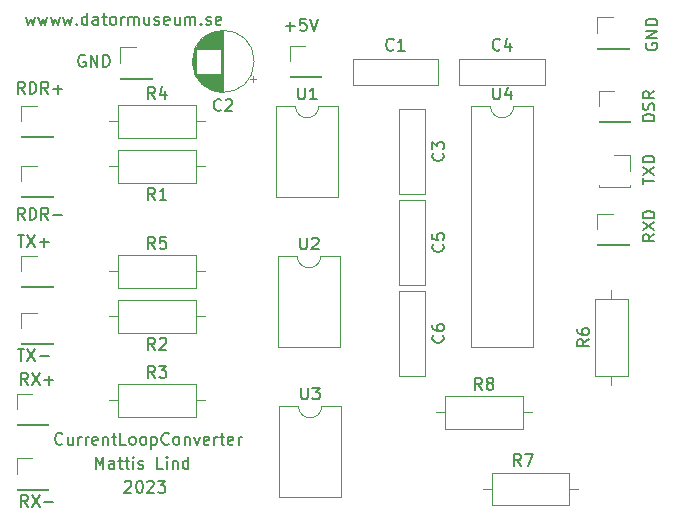
<source format=gbr>
%TF.GenerationSoftware,KiCad,Pcbnew,(6.0.9-0)*%
%TF.CreationDate,2023-02-11T15:38:08+01:00*%
%TF.ProjectId,CurrentLoopConverter,43757272-656e-4744-9c6f-6f70436f6e76,rev?*%
%TF.SameCoordinates,Original*%
%TF.FileFunction,Legend,Top*%
%TF.FilePolarity,Positive*%
%FSLAX46Y46*%
G04 Gerber Fmt 4.6, Leading zero omitted, Abs format (unit mm)*
G04 Created by KiCad (PCBNEW (6.0.9-0)) date 2023-02-11 15:38:08*
%MOMM*%
%LPD*%
G01*
G04 APERTURE LIST*
%ADD10C,0.150000*%
%ADD11C,0.120000*%
G04 APERTURE END LIST*
D10*
X80360285Y-85129714D02*
X80550761Y-85796380D01*
X80741238Y-85320190D01*
X80931714Y-85796380D01*
X81122190Y-85129714D01*
X81407904Y-85129714D02*
X81598380Y-85796380D01*
X81788857Y-85320190D01*
X81979333Y-85796380D01*
X82169809Y-85129714D01*
X82455523Y-85129714D02*
X82646000Y-85796380D01*
X82836476Y-85320190D01*
X83026952Y-85796380D01*
X83217428Y-85129714D01*
X83503142Y-85129714D02*
X83693619Y-85796380D01*
X83884095Y-85320190D01*
X84074571Y-85796380D01*
X84265047Y-85129714D01*
X84646000Y-85701142D02*
X84693619Y-85748761D01*
X84646000Y-85796380D01*
X84598380Y-85748761D01*
X84646000Y-85701142D01*
X84646000Y-85796380D01*
X85550761Y-85796380D02*
X85550761Y-84796380D01*
X85550761Y-85748761D02*
X85455523Y-85796380D01*
X85265047Y-85796380D01*
X85169809Y-85748761D01*
X85122190Y-85701142D01*
X85074571Y-85605904D01*
X85074571Y-85320190D01*
X85122190Y-85224952D01*
X85169809Y-85177333D01*
X85265047Y-85129714D01*
X85455523Y-85129714D01*
X85550761Y-85177333D01*
X86455523Y-85796380D02*
X86455523Y-85272571D01*
X86407904Y-85177333D01*
X86312666Y-85129714D01*
X86122190Y-85129714D01*
X86026952Y-85177333D01*
X86455523Y-85748761D02*
X86360285Y-85796380D01*
X86122190Y-85796380D01*
X86026952Y-85748761D01*
X85979333Y-85653523D01*
X85979333Y-85558285D01*
X86026952Y-85463047D01*
X86122190Y-85415428D01*
X86360285Y-85415428D01*
X86455523Y-85367809D01*
X86788857Y-85129714D02*
X87169809Y-85129714D01*
X86931714Y-84796380D02*
X86931714Y-85653523D01*
X86979333Y-85748761D01*
X87074571Y-85796380D01*
X87169809Y-85796380D01*
X87646000Y-85796380D02*
X87550761Y-85748761D01*
X87503142Y-85701142D01*
X87455523Y-85605904D01*
X87455523Y-85320190D01*
X87503142Y-85224952D01*
X87550761Y-85177333D01*
X87646000Y-85129714D01*
X87788857Y-85129714D01*
X87884095Y-85177333D01*
X87931714Y-85224952D01*
X87979333Y-85320190D01*
X87979333Y-85605904D01*
X87931714Y-85701142D01*
X87884095Y-85748761D01*
X87788857Y-85796380D01*
X87646000Y-85796380D01*
X88407904Y-85796380D02*
X88407904Y-85129714D01*
X88407904Y-85320190D02*
X88455523Y-85224952D01*
X88503142Y-85177333D01*
X88598380Y-85129714D01*
X88693619Y-85129714D01*
X89026952Y-85796380D02*
X89026952Y-85129714D01*
X89026952Y-85224952D02*
X89074571Y-85177333D01*
X89169809Y-85129714D01*
X89312666Y-85129714D01*
X89407904Y-85177333D01*
X89455523Y-85272571D01*
X89455523Y-85796380D01*
X89455523Y-85272571D02*
X89503142Y-85177333D01*
X89598380Y-85129714D01*
X89741238Y-85129714D01*
X89836476Y-85177333D01*
X89884095Y-85272571D01*
X89884095Y-85796380D01*
X90788857Y-85129714D02*
X90788857Y-85796380D01*
X90360285Y-85129714D02*
X90360285Y-85653523D01*
X90407904Y-85748761D01*
X90503142Y-85796380D01*
X90646000Y-85796380D01*
X90741238Y-85748761D01*
X90788857Y-85701142D01*
X91217428Y-85748761D02*
X91312666Y-85796380D01*
X91503142Y-85796380D01*
X91598380Y-85748761D01*
X91646000Y-85653523D01*
X91646000Y-85605904D01*
X91598380Y-85510666D01*
X91503142Y-85463047D01*
X91360285Y-85463047D01*
X91265047Y-85415428D01*
X91217428Y-85320190D01*
X91217428Y-85272571D01*
X91265047Y-85177333D01*
X91360285Y-85129714D01*
X91503142Y-85129714D01*
X91598380Y-85177333D01*
X92455523Y-85748761D02*
X92360285Y-85796380D01*
X92169809Y-85796380D01*
X92074571Y-85748761D01*
X92026952Y-85653523D01*
X92026952Y-85272571D01*
X92074571Y-85177333D01*
X92169809Y-85129714D01*
X92360285Y-85129714D01*
X92455523Y-85177333D01*
X92503142Y-85272571D01*
X92503142Y-85367809D01*
X92026952Y-85463047D01*
X93360285Y-85129714D02*
X93360285Y-85796380D01*
X92931714Y-85129714D02*
X92931714Y-85653523D01*
X92979333Y-85748761D01*
X93074571Y-85796380D01*
X93217428Y-85796380D01*
X93312666Y-85748761D01*
X93360285Y-85701142D01*
X93836476Y-85796380D02*
X93836476Y-85129714D01*
X93836476Y-85224952D02*
X93884095Y-85177333D01*
X93979333Y-85129714D01*
X94122190Y-85129714D01*
X94217428Y-85177333D01*
X94265047Y-85272571D01*
X94265047Y-85796380D01*
X94265047Y-85272571D02*
X94312666Y-85177333D01*
X94407904Y-85129714D01*
X94550761Y-85129714D01*
X94646000Y-85177333D01*
X94693619Y-85272571D01*
X94693619Y-85796380D01*
X95169809Y-85701142D02*
X95217428Y-85748761D01*
X95169809Y-85796380D01*
X95122190Y-85748761D01*
X95169809Y-85701142D01*
X95169809Y-85796380D01*
X95598380Y-85748761D02*
X95693619Y-85796380D01*
X95884095Y-85796380D01*
X95979333Y-85748761D01*
X96026952Y-85653523D01*
X96026952Y-85605904D01*
X95979333Y-85510666D01*
X95884095Y-85463047D01*
X95741238Y-85463047D01*
X95646000Y-85415428D01*
X95598380Y-85320190D01*
X95598380Y-85272571D01*
X95646000Y-85177333D01*
X95741238Y-85129714D01*
X95884095Y-85129714D01*
X95979333Y-85177333D01*
X96836476Y-85748761D02*
X96741238Y-85796380D01*
X96550761Y-85796380D01*
X96455523Y-85748761D01*
X96407904Y-85653523D01*
X96407904Y-85272571D01*
X96455523Y-85177333D01*
X96550761Y-85129714D01*
X96741238Y-85129714D01*
X96836476Y-85177333D01*
X96884095Y-85272571D01*
X96884095Y-85367809D01*
X96407904Y-85463047D01*
X88709714Y-124515619D02*
X88757333Y-124468000D01*
X88852571Y-124420380D01*
X89090666Y-124420380D01*
X89185904Y-124468000D01*
X89233523Y-124515619D01*
X89281142Y-124610857D01*
X89281142Y-124706095D01*
X89233523Y-124848952D01*
X88662095Y-125420380D01*
X89281142Y-125420380D01*
X89900190Y-124420380D02*
X89995428Y-124420380D01*
X90090666Y-124468000D01*
X90138285Y-124515619D01*
X90185904Y-124610857D01*
X90233523Y-124801333D01*
X90233523Y-125039428D01*
X90185904Y-125229904D01*
X90138285Y-125325142D01*
X90090666Y-125372761D01*
X89995428Y-125420380D01*
X89900190Y-125420380D01*
X89804952Y-125372761D01*
X89757333Y-125325142D01*
X89709714Y-125229904D01*
X89662095Y-125039428D01*
X89662095Y-124801333D01*
X89709714Y-124610857D01*
X89757333Y-124515619D01*
X89804952Y-124468000D01*
X89900190Y-124420380D01*
X90614476Y-124515619D02*
X90662095Y-124468000D01*
X90757333Y-124420380D01*
X90995428Y-124420380D01*
X91090666Y-124468000D01*
X91138285Y-124515619D01*
X91185904Y-124610857D01*
X91185904Y-124706095D01*
X91138285Y-124848952D01*
X90566857Y-125420380D01*
X91185904Y-125420380D01*
X91519238Y-124420380D02*
X92138285Y-124420380D01*
X91804952Y-124801333D01*
X91947809Y-124801333D01*
X92043047Y-124848952D01*
X92090666Y-124896571D01*
X92138285Y-124991809D01*
X92138285Y-125229904D01*
X92090666Y-125325142D01*
X92043047Y-125372761D01*
X91947809Y-125420380D01*
X91662095Y-125420380D01*
X91566857Y-125372761D01*
X91519238Y-125325142D01*
X86241428Y-123388380D02*
X86241428Y-122388380D01*
X86574761Y-123102666D01*
X86908095Y-122388380D01*
X86908095Y-123388380D01*
X87812857Y-123388380D02*
X87812857Y-122864571D01*
X87765238Y-122769333D01*
X87670000Y-122721714D01*
X87479523Y-122721714D01*
X87384285Y-122769333D01*
X87812857Y-123340761D02*
X87717619Y-123388380D01*
X87479523Y-123388380D01*
X87384285Y-123340761D01*
X87336666Y-123245523D01*
X87336666Y-123150285D01*
X87384285Y-123055047D01*
X87479523Y-123007428D01*
X87717619Y-123007428D01*
X87812857Y-122959809D01*
X88146190Y-122721714D02*
X88527142Y-122721714D01*
X88289047Y-122388380D02*
X88289047Y-123245523D01*
X88336666Y-123340761D01*
X88431904Y-123388380D01*
X88527142Y-123388380D01*
X88717619Y-122721714D02*
X89098571Y-122721714D01*
X88860476Y-122388380D02*
X88860476Y-123245523D01*
X88908095Y-123340761D01*
X89003333Y-123388380D01*
X89098571Y-123388380D01*
X89431904Y-123388380D02*
X89431904Y-122721714D01*
X89431904Y-122388380D02*
X89384285Y-122436000D01*
X89431904Y-122483619D01*
X89479523Y-122436000D01*
X89431904Y-122388380D01*
X89431904Y-122483619D01*
X89860476Y-123340761D02*
X89955714Y-123388380D01*
X90146190Y-123388380D01*
X90241428Y-123340761D01*
X90289047Y-123245523D01*
X90289047Y-123197904D01*
X90241428Y-123102666D01*
X90146190Y-123055047D01*
X90003333Y-123055047D01*
X89908095Y-123007428D01*
X89860476Y-122912190D01*
X89860476Y-122864571D01*
X89908095Y-122769333D01*
X90003333Y-122721714D01*
X90146190Y-122721714D01*
X90241428Y-122769333D01*
X91955714Y-123388380D02*
X91479523Y-123388380D01*
X91479523Y-122388380D01*
X92289047Y-123388380D02*
X92289047Y-122721714D01*
X92289047Y-122388380D02*
X92241428Y-122436000D01*
X92289047Y-122483619D01*
X92336666Y-122436000D01*
X92289047Y-122388380D01*
X92289047Y-122483619D01*
X92765238Y-122721714D02*
X92765238Y-123388380D01*
X92765238Y-122816952D02*
X92812857Y-122769333D01*
X92908095Y-122721714D01*
X93050952Y-122721714D01*
X93146190Y-122769333D01*
X93193809Y-122864571D01*
X93193809Y-123388380D01*
X94098571Y-123388380D02*
X94098571Y-122388380D01*
X94098571Y-123340761D02*
X94003333Y-123388380D01*
X93812857Y-123388380D01*
X93717619Y-123340761D01*
X93670000Y-123293142D01*
X93622380Y-123197904D01*
X93622380Y-122912190D01*
X93670000Y-122816952D01*
X93717619Y-122769333D01*
X93812857Y-122721714D01*
X94003333Y-122721714D01*
X94098571Y-122769333D01*
X83439904Y-121261142D02*
X83392285Y-121308761D01*
X83249428Y-121356380D01*
X83154190Y-121356380D01*
X83011333Y-121308761D01*
X82916095Y-121213523D01*
X82868476Y-121118285D01*
X82820857Y-120927809D01*
X82820857Y-120784952D01*
X82868476Y-120594476D01*
X82916095Y-120499238D01*
X83011333Y-120404000D01*
X83154190Y-120356380D01*
X83249428Y-120356380D01*
X83392285Y-120404000D01*
X83439904Y-120451619D01*
X84297047Y-120689714D02*
X84297047Y-121356380D01*
X83868476Y-120689714D02*
X83868476Y-121213523D01*
X83916095Y-121308761D01*
X84011333Y-121356380D01*
X84154190Y-121356380D01*
X84249428Y-121308761D01*
X84297047Y-121261142D01*
X84773238Y-121356380D02*
X84773238Y-120689714D01*
X84773238Y-120880190D02*
X84820857Y-120784952D01*
X84868476Y-120737333D01*
X84963714Y-120689714D01*
X85058952Y-120689714D01*
X85392285Y-121356380D02*
X85392285Y-120689714D01*
X85392285Y-120880190D02*
X85439904Y-120784952D01*
X85487523Y-120737333D01*
X85582761Y-120689714D01*
X85678000Y-120689714D01*
X86392285Y-121308761D02*
X86297047Y-121356380D01*
X86106571Y-121356380D01*
X86011333Y-121308761D01*
X85963714Y-121213523D01*
X85963714Y-120832571D01*
X86011333Y-120737333D01*
X86106571Y-120689714D01*
X86297047Y-120689714D01*
X86392285Y-120737333D01*
X86439904Y-120832571D01*
X86439904Y-120927809D01*
X85963714Y-121023047D01*
X86868476Y-120689714D02*
X86868476Y-121356380D01*
X86868476Y-120784952D02*
X86916095Y-120737333D01*
X87011333Y-120689714D01*
X87154190Y-120689714D01*
X87249428Y-120737333D01*
X87297047Y-120832571D01*
X87297047Y-121356380D01*
X87630380Y-120689714D02*
X88011333Y-120689714D01*
X87773238Y-120356380D02*
X87773238Y-121213523D01*
X87820857Y-121308761D01*
X87916095Y-121356380D01*
X88011333Y-121356380D01*
X88820857Y-121356380D02*
X88344666Y-121356380D01*
X88344666Y-120356380D01*
X89297047Y-121356380D02*
X89201809Y-121308761D01*
X89154190Y-121261142D01*
X89106571Y-121165904D01*
X89106571Y-120880190D01*
X89154190Y-120784952D01*
X89201809Y-120737333D01*
X89297047Y-120689714D01*
X89439904Y-120689714D01*
X89535142Y-120737333D01*
X89582761Y-120784952D01*
X89630380Y-120880190D01*
X89630380Y-121165904D01*
X89582761Y-121261142D01*
X89535142Y-121308761D01*
X89439904Y-121356380D01*
X89297047Y-121356380D01*
X90201809Y-121356380D02*
X90106571Y-121308761D01*
X90058952Y-121261142D01*
X90011333Y-121165904D01*
X90011333Y-120880190D01*
X90058952Y-120784952D01*
X90106571Y-120737333D01*
X90201809Y-120689714D01*
X90344666Y-120689714D01*
X90439904Y-120737333D01*
X90487523Y-120784952D01*
X90535142Y-120880190D01*
X90535142Y-121165904D01*
X90487523Y-121261142D01*
X90439904Y-121308761D01*
X90344666Y-121356380D01*
X90201809Y-121356380D01*
X90963714Y-120689714D02*
X90963714Y-121689714D01*
X90963714Y-120737333D02*
X91058952Y-120689714D01*
X91249428Y-120689714D01*
X91344666Y-120737333D01*
X91392285Y-120784952D01*
X91439904Y-120880190D01*
X91439904Y-121165904D01*
X91392285Y-121261142D01*
X91344666Y-121308761D01*
X91249428Y-121356380D01*
X91058952Y-121356380D01*
X90963714Y-121308761D01*
X92439904Y-121261142D02*
X92392285Y-121308761D01*
X92249428Y-121356380D01*
X92154190Y-121356380D01*
X92011333Y-121308761D01*
X91916095Y-121213523D01*
X91868476Y-121118285D01*
X91820857Y-120927809D01*
X91820857Y-120784952D01*
X91868476Y-120594476D01*
X91916095Y-120499238D01*
X92011333Y-120404000D01*
X92154190Y-120356380D01*
X92249428Y-120356380D01*
X92392285Y-120404000D01*
X92439904Y-120451619D01*
X93011333Y-121356380D02*
X92916095Y-121308761D01*
X92868476Y-121261142D01*
X92820857Y-121165904D01*
X92820857Y-120880190D01*
X92868476Y-120784952D01*
X92916095Y-120737333D01*
X93011333Y-120689714D01*
X93154190Y-120689714D01*
X93249428Y-120737333D01*
X93297047Y-120784952D01*
X93344666Y-120880190D01*
X93344666Y-121165904D01*
X93297047Y-121261142D01*
X93249428Y-121308761D01*
X93154190Y-121356380D01*
X93011333Y-121356380D01*
X93773238Y-120689714D02*
X93773238Y-121356380D01*
X93773238Y-120784952D02*
X93820857Y-120737333D01*
X93916095Y-120689714D01*
X94058952Y-120689714D01*
X94154190Y-120737333D01*
X94201809Y-120832571D01*
X94201809Y-121356380D01*
X94582761Y-120689714D02*
X94820857Y-121356380D01*
X95058952Y-120689714D01*
X95820857Y-121308761D02*
X95725619Y-121356380D01*
X95535142Y-121356380D01*
X95439904Y-121308761D01*
X95392285Y-121213523D01*
X95392285Y-120832571D01*
X95439904Y-120737333D01*
X95535142Y-120689714D01*
X95725619Y-120689714D01*
X95820857Y-120737333D01*
X95868476Y-120832571D01*
X95868476Y-120927809D01*
X95392285Y-121023047D01*
X96297047Y-121356380D02*
X96297047Y-120689714D01*
X96297047Y-120880190D02*
X96344666Y-120784952D01*
X96392285Y-120737333D01*
X96487523Y-120689714D01*
X96582761Y-120689714D01*
X96773238Y-120689714D02*
X97154190Y-120689714D01*
X96916095Y-120356380D02*
X96916095Y-121213523D01*
X96963714Y-121308761D01*
X97058952Y-121356380D01*
X97154190Y-121356380D01*
X97868476Y-121308761D02*
X97773238Y-121356380D01*
X97582761Y-121356380D01*
X97487523Y-121308761D01*
X97439904Y-121213523D01*
X97439904Y-120832571D01*
X97487523Y-120737333D01*
X97582761Y-120689714D01*
X97773238Y-120689714D01*
X97868476Y-120737333D01*
X97916095Y-120832571D01*
X97916095Y-120927809D01*
X97439904Y-121023047D01*
X98344666Y-121356380D02*
X98344666Y-120689714D01*
X98344666Y-120880190D02*
X98392285Y-120784952D01*
X98439904Y-120737333D01*
X98535142Y-120689714D01*
X98630380Y-120689714D01*
%TO.C,J12*%
X132850000Y-87375904D02*
X132802380Y-87471142D01*
X132802380Y-87614000D01*
X132850000Y-87756857D01*
X132945238Y-87852095D01*
X133040476Y-87899714D01*
X133230952Y-87947333D01*
X133373809Y-87947333D01*
X133564285Y-87899714D01*
X133659523Y-87852095D01*
X133754761Y-87756857D01*
X133802380Y-87614000D01*
X133802380Y-87518761D01*
X133754761Y-87375904D01*
X133707142Y-87328285D01*
X133373809Y-87328285D01*
X133373809Y-87518761D01*
X133802380Y-86899714D02*
X132802380Y-86899714D01*
X133802380Y-86328285D01*
X132802380Y-86328285D01*
X133802380Y-85852095D02*
X132802380Y-85852095D01*
X132802380Y-85614000D01*
X132850000Y-85471142D01*
X132945238Y-85375904D01*
X133040476Y-85328285D01*
X133230952Y-85280666D01*
X133373809Y-85280666D01*
X133564285Y-85328285D01*
X133659523Y-85375904D01*
X133754761Y-85471142D01*
X133802380Y-85614000D01*
X133802380Y-85852095D01*
%TO.C,J11*%
X85344095Y-88400000D02*
X85248857Y-88352380D01*
X85106000Y-88352380D01*
X84963142Y-88400000D01*
X84867904Y-88495238D01*
X84820285Y-88590476D01*
X84772666Y-88780952D01*
X84772666Y-88923809D01*
X84820285Y-89114285D01*
X84867904Y-89209523D01*
X84963142Y-89304761D01*
X85106000Y-89352380D01*
X85201238Y-89352380D01*
X85344095Y-89304761D01*
X85391714Y-89257142D01*
X85391714Y-88923809D01*
X85201238Y-88923809D01*
X85820285Y-89352380D02*
X85820285Y-88352380D01*
X86391714Y-89352380D01*
X86391714Y-88352380D01*
X86867904Y-89352380D02*
X86867904Y-88352380D01*
X87106000Y-88352380D01*
X87248857Y-88400000D01*
X87344095Y-88495238D01*
X87391714Y-88590476D01*
X87439333Y-88780952D01*
X87439333Y-88923809D01*
X87391714Y-89114285D01*
X87344095Y-89209523D01*
X87248857Y-89304761D01*
X87106000Y-89352380D01*
X86867904Y-89352380D01*
%TO.C,J7*%
X102346285Y-85923428D02*
X103108190Y-85923428D01*
X102727238Y-86304380D02*
X102727238Y-85542476D01*
X104060571Y-85304380D02*
X103584380Y-85304380D01*
X103536761Y-85780571D01*
X103584380Y-85732952D01*
X103679619Y-85685333D01*
X103917714Y-85685333D01*
X104012952Y-85732952D01*
X104060571Y-85780571D01*
X104108190Y-85875809D01*
X104108190Y-86113904D01*
X104060571Y-86209142D01*
X104012952Y-86256761D01*
X103917714Y-86304380D01*
X103679619Y-86304380D01*
X103584380Y-86256761D01*
X103536761Y-86209142D01*
X104393904Y-85304380D02*
X104727238Y-86304380D01*
X105060571Y-85304380D01*
%TO.C,R8*%
X118959333Y-116700380D02*
X118626000Y-116224190D01*
X118387904Y-116700380D02*
X118387904Y-115700380D01*
X118768857Y-115700380D01*
X118864095Y-115748000D01*
X118911714Y-115795619D01*
X118959333Y-115890857D01*
X118959333Y-116033714D01*
X118911714Y-116128952D01*
X118864095Y-116176571D01*
X118768857Y-116224190D01*
X118387904Y-116224190D01*
X119530761Y-116128952D02*
X119435523Y-116081333D01*
X119387904Y-116033714D01*
X119340285Y-115938476D01*
X119340285Y-115890857D01*
X119387904Y-115795619D01*
X119435523Y-115748000D01*
X119530761Y-115700380D01*
X119721238Y-115700380D01*
X119816476Y-115748000D01*
X119864095Y-115795619D01*
X119911714Y-115890857D01*
X119911714Y-115938476D01*
X119864095Y-116033714D01*
X119816476Y-116081333D01*
X119721238Y-116128952D01*
X119530761Y-116128952D01*
X119435523Y-116176571D01*
X119387904Y-116224190D01*
X119340285Y-116319428D01*
X119340285Y-116509904D01*
X119387904Y-116605142D01*
X119435523Y-116652761D01*
X119530761Y-116700380D01*
X119721238Y-116700380D01*
X119816476Y-116652761D01*
X119864095Y-116605142D01*
X119911714Y-116509904D01*
X119911714Y-116319428D01*
X119864095Y-116224190D01*
X119816476Y-116176571D01*
X119721238Y-116128952D01*
%TO.C,U4*%
X119898095Y-91117380D02*
X119898095Y-91926904D01*
X119945714Y-92022142D01*
X119993333Y-92069761D01*
X120088571Y-92117380D01*
X120279047Y-92117380D01*
X120374285Y-92069761D01*
X120421904Y-92022142D01*
X120469523Y-91926904D01*
X120469523Y-91117380D01*
X121374285Y-91450714D02*
X121374285Y-92117380D01*
X121136190Y-91069761D02*
X120898095Y-91784047D01*
X121517142Y-91784047D01*
%TO.C,U3*%
X103642095Y-116517380D02*
X103642095Y-117326904D01*
X103689714Y-117422142D01*
X103737333Y-117469761D01*
X103832571Y-117517380D01*
X104023047Y-117517380D01*
X104118285Y-117469761D01*
X104165904Y-117422142D01*
X104213523Y-117326904D01*
X104213523Y-116517380D01*
X104594476Y-116517380D02*
X105213523Y-116517380D01*
X104880190Y-116898333D01*
X105023047Y-116898333D01*
X105118285Y-116945952D01*
X105165904Y-116993571D01*
X105213523Y-117088809D01*
X105213523Y-117326904D01*
X105165904Y-117422142D01*
X105118285Y-117469761D01*
X105023047Y-117517380D01*
X104737333Y-117517380D01*
X104642095Y-117469761D01*
X104594476Y-117422142D01*
%TO.C,U2*%
X103548095Y-103817380D02*
X103548095Y-104626904D01*
X103595714Y-104722142D01*
X103643333Y-104769761D01*
X103738571Y-104817380D01*
X103929047Y-104817380D01*
X104024285Y-104769761D01*
X104071904Y-104722142D01*
X104119523Y-104626904D01*
X104119523Y-103817380D01*
X104548095Y-103912619D02*
X104595714Y-103865000D01*
X104690952Y-103817380D01*
X104929047Y-103817380D01*
X105024285Y-103865000D01*
X105071904Y-103912619D01*
X105119523Y-104007857D01*
X105119523Y-104103095D01*
X105071904Y-104245952D01*
X104500476Y-104817380D01*
X105119523Y-104817380D01*
%TO.C,U1*%
X103388095Y-91117380D02*
X103388095Y-91926904D01*
X103435714Y-92022142D01*
X103483333Y-92069761D01*
X103578571Y-92117380D01*
X103769047Y-92117380D01*
X103864285Y-92069761D01*
X103911904Y-92022142D01*
X103959523Y-91926904D01*
X103959523Y-91117380D01*
X104959523Y-92117380D02*
X104388095Y-92117380D01*
X104673809Y-92117380D02*
X104673809Y-91117380D01*
X104578571Y-91260238D01*
X104483333Y-91355476D01*
X104388095Y-91403095D01*
%TO.C,R7*%
X122261333Y-123134380D02*
X121928000Y-122658190D01*
X121689904Y-123134380D02*
X121689904Y-122134380D01*
X122070857Y-122134380D01*
X122166095Y-122182000D01*
X122213714Y-122229619D01*
X122261333Y-122324857D01*
X122261333Y-122467714D01*
X122213714Y-122562952D01*
X122166095Y-122610571D01*
X122070857Y-122658190D01*
X121689904Y-122658190D01*
X122594666Y-122134380D02*
X123261333Y-122134380D01*
X122832761Y-123134380D01*
%TO.C,R6*%
X128003380Y-112434666D02*
X127527190Y-112768000D01*
X128003380Y-113006095D02*
X127003380Y-113006095D01*
X127003380Y-112625142D01*
X127051000Y-112529904D01*
X127098619Y-112482285D01*
X127193857Y-112434666D01*
X127336714Y-112434666D01*
X127431952Y-112482285D01*
X127479571Y-112529904D01*
X127527190Y-112625142D01*
X127527190Y-113006095D01*
X127003380Y-111577523D02*
X127003380Y-111768000D01*
X127051000Y-111863238D01*
X127098619Y-111910857D01*
X127241476Y-112006095D01*
X127431952Y-112053714D01*
X127812904Y-112053714D01*
X127908142Y-112006095D01*
X127955761Y-111958476D01*
X128003380Y-111863238D01*
X128003380Y-111672761D01*
X127955761Y-111577523D01*
X127908142Y-111529904D01*
X127812904Y-111482285D01*
X127574809Y-111482285D01*
X127479571Y-111529904D01*
X127431952Y-111577523D01*
X127384333Y-111672761D01*
X127384333Y-111863238D01*
X127431952Y-111958476D01*
X127479571Y-112006095D01*
X127574809Y-112053714D01*
%TO.C,R5*%
X91273333Y-104762380D02*
X90940000Y-104286190D01*
X90701904Y-104762380D02*
X90701904Y-103762380D01*
X91082857Y-103762380D01*
X91178095Y-103810000D01*
X91225714Y-103857619D01*
X91273333Y-103952857D01*
X91273333Y-104095714D01*
X91225714Y-104190952D01*
X91178095Y-104238571D01*
X91082857Y-104286190D01*
X90701904Y-104286190D01*
X92178095Y-103762380D02*
X91701904Y-103762380D01*
X91654285Y-104238571D01*
X91701904Y-104190952D01*
X91797142Y-104143333D01*
X92035238Y-104143333D01*
X92130476Y-104190952D01*
X92178095Y-104238571D01*
X92225714Y-104333809D01*
X92225714Y-104571904D01*
X92178095Y-104667142D01*
X92130476Y-104714761D01*
X92035238Y-104762380D01*
X91797142Y-104762380D01*
X91701904Y-104714761D01*
X91654285Y-104667142D01*
%TO.C,R4*%
X91273333Y-92062380D02*
X90940000Y-91586190D01*
X90701904Y-92062380D02*
X90701904Y-91062380D01*
X91082857Y-91062380D01*
X91178095Y-91110000D01*
X91225714Y-91157619D01*
X91273333Y-91252857D01*
X91273333Y-91395714D01*
X91225714Y-91490952D01*
X91178095Y-91538571D01*
X91082857Y-91586190D01*
X90701904Y-91586190D01*
X92130476Y-91395714D02*
X92130476Y-92062380D01*
X91892380Y-91014761D02*
X91654285Y-91729047D01*
X92273333Y-91729047D01*
%TO.C,R3*%
X91273333Y-115684380D02*
X90940000Y-115208190D01*
X90701904Y-115684380D02*
X90701904Y-114684380D01*
X91082857Y-114684380D01*
X91178095Y-114732000D01*
X91225714Y-114779619D01*
X91273333Y-114874857D01*
X91273333Y-115017714D01*
X91225714Y-115112952D01*
X91178095Y-115160571D01*
X91082857Y-115208190D01*
X90701904Y-115208190D01*
X91606666Y-114684380D02*
X92225714Y-114684380D01*
X91892380Y-115065333D01*
X92035238Y-115065333D01*
X92130476Y-115112952D01*
X92178095Y-115160571D01*
X92225714Y-115255809D01*
X92225714Y-115493904D01*
X92178095Y-115589142D01*
X92130476Y-115636761D01*
X92035238Y-115684380D01*
X91749523Y-115684380D01*
X91654285Y-115636761D01*
X91606666Y-115589142D01*
%TO.C,R2*%
X91273333Y-113312380D02*
X90940000Y-112836190D01*
X90701904Y-113312380D02*
X90701904Y-112312380D01*
X91082857Y-112312380D01*
X91178095Y-112360000D01*
X91225714Y-112407619D01*
X91273333Y-112502857D01*
X91273333Y-112645714D01*
X91225714Y-112740952D01*
X91178095Y-112788571D01*
X91082857Y-112836190D01*
X90701904Y-112836190D01*
X91654285Y-112407619D02*
X91701904Y-112360000D01*
X91797142Y-112312380D01*
X92035238Y-112312380D01*
X92130476Y-112360000D01*
X92178095Y-112407619D01*
X92225714Y-112502857D01*
X92225714Y-112598095D01*
X92178095Y-112740952D01*
X91606666Y-113312380D01*
X92225714Y-113312380D01*
%TO.C,R1*%
X91273333Y-100612380D02*
X90940000Y-100136190D01*
X90701904Y-100612380D02*
X90701904Y-99612380D01*
X91082857Y-99612380D01*
X91178095Y-99660000D01*
X91225714Y-99707619D01*
X91273333Y-99802857D01*
X91273333Y-99945714D01*
X91225714Y-100040952D01*
X91178095Y-100088571D01*
X91082857Y-100136190D01*
X90701904Y-100136190D01*
X92225714Y-100612380D02*
X91654285Y-100612380D01*
X91940000Y-100612380D02*
X91940000Y-99612380D01*
X91844761Y-99755238D01*
X91749523Y-99850476D01*
X91654285Y-99898095D01*
%TO.C,J10*%
X132548380Y-99305904D02*
X132548380Y-98734476D01*
X133548380Y-99020190D02*
X132548380Y-99020190D01*
X132548380Y-98496380D02*
X133548380Y-97829714D01*
X132548380Y-97829714D02*
X133548380Y-98496380D01*
X133548380Y-97448761D02*
X132548380Y-97448761D01*
X132548380Y-97210666D01*
X132596000Y-97067809D01*
X132691238Y-96972571D01*
X132786476Y-96924952D01*
X132976952Y-96877333D01*
X133119809Y-96877333D01*
X133310285Y-96924952D01*
X133405523Y-96972571D01*
X133500761Y-97067809D01*
X133548380Y-97210666D01*
X133548380Y-97448761D01*
%TO.C,J9*%
X133548380Y-103536666D02*
X133072190Y-103870000D01*
X133548380Y-104108095D02*
X132548380Y-104108095D01*
X132548380Y-103727142D01*
X132596000Y-103631904D01*
X132643619Y-103584285D01*
X132738857Y-103536666D01*
X132881714Y-103536666D01*
X132976952Y-103584285D01*
X133024571Y-103631904D01*
X133072190Y-103727142D01*
X133072190Y-104108095D01*
X132548380Y-103203333D02*
X133548380Y-102536666D01*
X132548380Y-102536666D02*
X133548380Y-103203333D01*
X133548380Y-102155714D02*
X132548380Y-102155714D01*
X132548380Y-101917619D01*
X132596000Y-101774761D01*
X132691238Y-101679523D01*
X132786476Y-101631904D01*
X132976952Y-101584285D01*
X133119809Y-101584285D01*
X133310285Y-101631904D01*
X133405523Y-101679523D01*
X133500761Y-101774761D01*
X133548380Y-101917619D01*
X133548380Y-102155714D01*
%TO.C,J8*%
X133548380Y-93948095D02*
X132548380Y-93948095D01*
X132548380Y-93710000D01*
X132596000Y-93567142D01*
X132691238Y-93471904D01*
X132786476Y-93424285D01*
X132976952Y-93376666D01*
X133119809Y-93376666D01*
X133310285Y-93424285D01*
X133405523Y-93471904D01*
X133500761Y-93567142D01*
X133548380Y-93710000D01*
X133548380Y-93948095D01*
X133500761Y-92995714D02*
X133548380Y-92852857D01*
X133548380Y-92614761D01*
X133500761Y-92519523D01*
X133453142Y-92471904D01*
X133357904Y-92424285D01*
X133262666Y-92424285D01*
X133167428Y-92471904D01*
X133119809Y-92519523D01*
X133072190Y-92614761D01*
X133024571Y-92805238D01*
X132976952Y-92900476D01*
X132929333Y-92948095D01*
X132834095Y-92995714D01*
X132738857Y-92995714D01*
X132643619Y-92948095D01*
X132596000Y-92900476D01*
X132548380Y-92805238D01*
X132548380Y-92567142D01*
X132596000Y-92424285D01*
X133548380Y-91424285D02*
X133072190Y-91757619D01*
X133548380Y-91995714D02*
X132548380Y-91995714D01*
X132548380Y-91614761D01*
X132596000Y-91519523D01*
X132643619Y-91471904D01*
X132738857Y-91424285D01*
X132881714Y-91424285D01*
X132976952Y-91471904D01*
X133024571Y-91519523D01*
X133072190Y-91614761D01*
X133072190Y-91995714D01*
%TO.C,J6*%
X80494285Y-126607380D02*
X80160952Y-126131190D01*
X79922857Y-126607380D02*
X79922857Y-125607380D01*
X80303809Y-125607380D01*
X80399047Y-125655000D01*
X80446666Y-125702619D01*
X80494285Y-125797857D01*
X80494285Y-125940714D01*
X80446666Y-126035952D01*
X80399047Y-126083571D01*
X80303809Y-126131190D01*
X79922857Y-126131190D01*
X80827619Y-125607380D02*
X81494285Y-126607380D01*
X81494285Y-125607380D02*
X80827619Y-126607380D01*
X81875238Y-126226428D02*
X82637142Y-126226428D01*
%TO.C,J5*%
X80494285Y-116276380D02*
X80160952Y-115800190D01*
X79922857Y-116276380D02*
X79922857Y-115276380D01*
X80303809Y-115276380D01*
X80399047Y-115324000D01*
X80446666Y-115371619D01*
X80494285Y-115466857D01*
X80494285Y-115609714D01*
X80446666Y-115704952D01*
X80399047Y-115752571D01*
X80303809Y-115800190D01*
X79922857Y-115800190D01*
X80827619Y-115276380D02*
X81494285Y-116276380D01*
X81494285Y-115276380D02*
X80827619Y-116276380D01*
X81875238Y-115895428D02*
X82637142Y-115895428D01*
X82256190Y-116276380D02*
X82256190Y-115514476D01*
%TO.C,J4*%
X79645047Y-113244380D02*
X80216476Y-113244380D01*
X79930761Y-114244380D02*
X79930761Y-113244380D01*
X80454571Y-113244380D02*
X81121238Y-114244380D01*
X81121238Y-113244380D02*
X80454571Y-114244380D01*
X81502190Y-113863428D02*
X82264095Y-113863428D01*
%TO.C,J3*%
X79645047Y-103592380D02*
X80216476Y-103592380D01*
X79930761Y-104592380D02*
X79930761Y-103592380D01*
X80454571Y-103592380D02*
X81121238Y-104592380D01*
X81121238Y-103592380D02*
X80454571Y-104592380D01*
X81502190Y-104211428D02*
X82264095Y-104211428D01*
X81883142Y-104592380D02*
X81883142Y-103830476D01*
%TO.C,J2*%
X80224476Y-102306380D02*
X79891142Y-101830190D01*
X79653047Y-102306380D02*
X79653047Y-101306380D01*
X80034000Y-101306380D01*
X80129238Y-101354000D01*
X80176857Y-101401619D01*
X80224476Y-101496857D01*
X80224476Y-101639714D01*
X80176857Y-101734952D01*
X80129238Y-101782571D01*
X80034000Y-101830190D01*
X79653047Y-101830190D01*
X80653047Y-102306380D02*
X80653047Y-101306380D01*
X80891142Y-101306380D01*
X81034000Y-101354000D01*
X81129238Y-101449238D01*
X81176857Y-101544476D01*
X81224476Y-101734952D01*
X81224476Y-101877809D01*
X81176857Y-102068285D01*
X81129238Y-102163523D01*
X81034000Y-102258761D01*
X80891142Y-102306380D01*
X80653047Y-102306380D01*
X82224476Y-102306380D02*
X81891142Y-101830190D01*
X81653047Y-102306380D02*
X81653047Y-101306380D01*
X82034000Y-101306380D01*
X82129238Y-101354000D01*
X82176857Y-101401619D01*
X82224476Y-101496857D01*
X82224476Y-101639714D01*
X82176857Y-101734952D01*
X82129238Y-101782571D01*
X82034000Y-101830190D01*
X81653047Y-101830190D01*
X82653047Y-101925428D02*
X83414952Y-101925428D01*
%TO.C,J1*%
X80224476Y-91638380D02*
X79891142Y-91162190D01*
X79653047Y-91638380D02*
X79653047Y-90638380D01*
X80034000Y-90638380D01*
X80129238Y-90686000D01*
X80176857Y-90733619D01*
X80224476Y-90828857D01*
X80224476Y-90971714D01*
X80176857Y-91066952D01*
X80129238Y-91114571D01*
X80034000Y-91162190D01*
X79653047Y-91162190D01*
X80653047Y-91638380D02*
X80653047Y-90638380D01*
X80891142Y-90638380D01*
X81034000Y-90686000D01*
X81129238Y-90781238D01*
X81176857Y-90876476D01*
X81224476Y-91066952D01*
X81224476Y-91209809D01*
X81176857Y-91400285D01*
X81129238Y-91495523D01*
X81034000Y-91590761D01*
X80891142Y-91638380D01*
X80653047Y-91638380D01*
X82224476Y-91638380D02*
X81891142Y-91162190D01*
X81653047Y-91638380D02*
X81653047Y-90638380D01*
X82034000Y-90638380D01*
X82129238Y-90686000D01*
X82176857Y-90733619D01*
X82224476Y-90828857D01*
X82224476Y-90971714D01*
X82176857Y-91066952D01*
X82129238Y-91114571D01*
X82034000Y-91162190D01*
X81653047Y-91162190D01*
X82653047Y-91257428D02*
X83414952Y-91257428D01*
X83034000Y-91638380D02*
X83034000Y-90876476D01*
%TO.C,C6*%
X115637142Y-112093666D02*
X115684761Y-112141285D01*
X115732380Y-112284142D01*
X115732380Y-112379380D01*
X115684761Y-112522238D01*
X115589523Y-112617476D01*
X115494285Y-112665095D01*
X115303809Y-112712714D01*
X115160952Y-112712714D01*
X114970476Y-112665095D01*
X114875238Y-112617476D01*
X114780000Y-112522238D01*
X114732380Y-112379380D01*
X114732380Y-112284142D01*
X114780000Y-112141285D01*
X114827619Y-112093666D01*
X114732380Y-111236523D02*
X114732380Y-111427000D01*
X114780000Y-111522238D01*
X114827619Y-111569857D01*
X114970476Y-111665095D01*
X115160952Y-111712714D01*
X115541904Y-111712714D01*
X115637142Y-111665095D01*
X115684761Y-111617476D01*
X115732380Y-111522238D01*
X115732380Y-111331761D01*
X115684761Y-111236523D01*
X115637142Y-111188904D01*
X115541904Y-111141285D01*
X115303809Y-111141285D01*
X115208571Y-111188904D01*
X115160952Y-111236523D01*
X115113333Y-111331761D01*
X115113333Y-111522238D01*
X115160952Y-111617476D01*
X115208571Y-111665095D01*
X115303809Y-111712714D01*
%TO.C,C5*%
X115637142Y-104393666D02*
X115684761Y-104441285D01*
X115732380Y-104584142D01*
X115732380Y-104679380D01*
X115684761Y-104822238D01*
X115589523Y-104917476D01*
X115494285Y-104965095D01*
X115303809Y-105012714D01*
X115160952Y-105012714D01*
X114970476Y-104965095D01*
X114875238Y-104917476D01*
X114780000Y-104822238D01*
X114732380Y-104679380D01*
X114732380Y-104584142D01*
X114780000Y-104441285D01*
X114827619Y-104393666D01*
X114732380Y-103488904D02*
X114732380Y-103965095D01*
X115208571Y-104012714D01*
X115160952Y-103965095D01*
X115113333Y-103869857D01*
X115113333Y-103631761D01*
X115160952Y-103536523D01*
X115208571Y-103488904D01*
X115303809Y-103441285D01*
X115541904Y-103441285D01*
X115637142Y-103488904D01*
X115684761Y-103536523D01*
X115732380Y-103631761D01*
X115732380Y-103869857D01*
X115684761Y-103965095D01*
X115637142Y-104012714D01*
%TO.C,C4*%
X120483333Y-87896142D02*
X120435714Y-87943761D01*
X120292857Y-87991380D01*
X120197619Y-87991380D01*
X120054761Y-87943761D01*
X119959523Y-87848523D01*
X119911904Y-87753285D01*
X119864285Y-87562809D01*
X119864285Y-87419952D01*
X119911904Y-87229476D01*
X119959523Y-87134238D01*
X120054761Y-87039000D01*
X120197619Y-86991380D01*
X120292857Y-86991380D01*
X120435714Y-87039000D01*
X120483333Y-87086619D01*
X121340476Y-87324714D02*
X121340476Y-87991380D01*
X121102380Y-86943761D02*
X120864285Y-87658047D01*
X121483333Y-87658047D01*
%TO.C,C3*%
X115637142Y-96686666D02*
X115684761Y-96734285D01*
X115732380Y-96877142D01*
X115732380Y-96972380D01*
X115684761Y-97115238D01*
X115589523Y-97210476D01*
X115494285Y-97258095D01*
X115303809Y-97305714D01*
X115160952Y-97305714D01*
X114970476Y-97258095D01*
X114875238Y-97210476D01*
X114780000Y-97115238D01*
X114732380Y-96972380D01*
X114732380Y-96877142D01*
X114780000Y-96734285D01*
X114827619Y-96686666D01*
X114732380Y-96353333D02*
X114732380Y-95734285D01*
X115113333Y-96067619D01*
X115113333Y-95924761D01*
X115160952Y-95829523D01*
X115208571Y-95781904D01*
X115303809Y-95734285D01*
X115541904Y-95734285D01*
X115637142Y-95781904D01*
X115684761Y-95829523D01*
X115732380Y-95924761D01*
X115732380Y-96210476D01*
X115684761Y-96305714D01*
X115637142Y-96353333D01*
%TO.C,C2*%
X96881333Y-93007142D02*
X96833714Y-93054761D01*
X96690857Y-93102380D01*
X96595619Y-93102380D01*
X96452761Y-93054761D01*
X96357523Y-92959523D01*
X96309904Y-92864285D01*
X96262285Y-92673809D01*
X96262285Y-92530952D01*
X96309904Y-92340476D01*
X96357523Y-92245238D01*
X96452761Y-92150000D01*
X96595619Y-92102380D01*
X96690857Y-92102380D01*
X96833714Y-92150000D01*
X96881333Y-92197619D01*
X97262285Y-92197619D02*
X97309904Y-92150000D01*
X97405142Y-92102380D01*
X97643238Y-92102380D01*
X97738476Y-92150000D01*
X97786095Y-92197619D01*
X97833714Y-92292857D01*
X97833714Y-92388095D01*
X97786095Y-92530952D01*
X97214666Y-93102380D01*
X97833714Y-93102380D01*
%TO.C,C1*%
X111466333Y-87896142D02*
X111418714Y-87943761D01*
X111275857Y-87991380D01*
X111180619Y-87991380D01*
X111037761Y-87943761D01*
X110942523Y-87848523D01*
X110894904Y-87753285D01*
X110847285Y-87562809D01*
X110847285Y-87419952D01*
X110894904Y-87229476D01*
X110942523Y-87134238D01*
X111037761Y-87039000D01*
X111180619Y-86991380D01*
X111275857Y-86991380D01*
X111418714Y-87039000D01*
X111466333Y-87086619D01*
X112418714Y-87991380D02*
X111847285Y-87991380D01*
X112133000Y-87991380D02*
X112133000Y-86991380D01*
X112037761Y-87134238D01*
X111942523Y-87229476D01*
X111847285Y-87277095D01*
D11*
%TO.C,J12*%
X128718000Y-85157000D02*
X130048000Y-85157000D01*
X128718000Y-87757000D02*
X131378000Y-87757000D01*
X128718000Y-87817000D02*
X131378000Y-87817000D01*
X131378000Y-87757000D02*
X131378000Y-87817000D01*
X128718000Y-87757000D02*
X128718000Y-87817000D01*
X128718000Y-86487000D02*
X128718000Y-85157000D01*
%TO.C,J11*%
X88332000Y-87697000D02*
X89662000Y-87697000D01*
X88332000Y-90297000D02*
X90992000Y-90297000D01*
X88332000Y-90357000D02*
X90992000Y-90357000D01*
X90992000Y-90297000D02*
X90992000Y-90357000D01*
X88332000Y-90297000D02*
X88332000Y-90357000D01*
X88332000Y-89027000D02*
X88332000Y-87697000D01*
%TO.C,J7*%
X102683000Y-88900000D02*
X102683000Y-87570000D01*
X102683000Y-90170000D02*
X102683000Y-90230000D01*
X105343000Y-90170000D02*
X105343000Y-90230000D01*
X102683000Y-90230000D02*
X105343000Y-90230000D01*
X102683000Y-90170000D02*
X105343000Y-90170000D01*
X102683000Y-87570000D02*
X104013000Y-87570000D01*
%TO.C,R8*%
X123166000Y-118618000D02*
X122396000Y-118618000D01*
X115086000Y-118618000D02*
X115856000Y-118618000D01*
X115856000Y-117248000D02*
X115856000Y-119988000D01*
X122396000Y-119988000D02*
X122396000Y-117248000D01*
X115856000Y-119988000D02*
X122396000Y-119988000D01*
X122396000Y-117248000D02*
X115856000Y-117248000D01*
%TO.C,U4*%
X123310000Y-92665000D02*
X121660000Y-92665000D01*
X118010000Y-92665000D02*
X118010000Y-113105000D01*
X123310000Y-113105000D02*
X123310000Y-92665000D01*
X118010000Y-113105000D02*
X123310000Y-113105000D01*
X119660000Y-92665000D02*
X118010000Y-92665000D01*
X119660000Y-92665000D02*
G75*
G03*
X121660000Y-92665000I1000000J0D01*
G01*
%TO.C,U3*%
X107054000Y-118065000D02*
X105404000Y-118065000D01*
X107054000Y-125805000D02*
X107054000Y-118065000D01*
X101754000Y-118065000D02*
X101754000Y-125805000D01*
X101754000Y-125805000D02*
X107054000Y-125805000D01*
X103404000Y-118065000D02*
X101754000Y-118065000D01*
X103404000Y-118065000D02*
G75*
G03*
X105404000Y-118065000I1000000J0D01*
G01*
%TO.C,U2*%
X106960000Y-105365000D02*
X105310000Y-105365000D01*
X106960000Y-113105000D02*
X106960000Y-105365000D01*
X101660000Y-105365000D02*
X101660000Y-113105000D01*
X101660000Y-113105000D02*
X106960000Y-113105000D01*
X103310000Y-105365000D02*
X101660000Y-105365000D01*
X103310000Y-105365000D02*
G75*
G03*
X105310000Y-105365000I1000000J0D01*
G01*
%TO.C,U1*%
X103150000Y-92665000D02*
G75*
G03*
X105150000Y-92665000I1000000J0D01*
G01*
X103150000Y-92665000D02*
X101500000Y-92665000D01*
X101500000Y-100405000D02*
X106800000Y-100405000D01*
X101500000Y-92665000D02*
X101500000Y-100405000D01*
X106800000Y-100405000D02*
X106800000Y-92665000D01*
X106800000Y-92665000D02*
X105150000Y-92665000D01*
%TO.C,R7*%
X119023000Y-125095000D02*
X119793000Y-125095000D01*
X127103000Y-125095000D02*
X126333000Y-125095000D01*
X126333000Y-126465000D02*
X126333000Y-123725000D01*
X119793000Y-123725000D02*
X119793000Y-126465000D01*
X126333000Y-123725000D02*
X119793000Y-123725000D01*
X119793000Y-126465000D02*
X126333000Y-126465000D01*
%TO.C,R6*%
X129921000Y-108228000D02*
X129921000Y-108998000D01*
X129921000Y-116308000D02*
X129921000Y-115538000D01*
X128551000Y-115538000D02*
X131291000Y-115538000D01*
X131291000Y-108998000D02*
X128551000Y-108998000D01*
X131291000Y-115538000D02*
X131291000Y-108998000D01*
X128551000Y-108998000D02*
X128551000Y-115538000D01*
%TO.C,R5*%
X95480000Y-106680000D02*
X94710000Y-106680000D01*
X87400000Y-106680000D02*
X88170000Y-106680000D01*
X88170000Y-105310000D02*
X88170000Y-108050000D01*
X94710000Y-108050000D02*
X94710000Y-105310000D01*
X88170000Y-108050000D02*
X94710000Y-108050000D01*
X94710000Y-105310000D02*
X88170000Y-105310000D01*
%TO.C,R4*%
X95480000Y-93980000D02*
X94710000Y-93980000D01*
X87400000Y-93980000D02*
X88170000Y-93980000D01*
X88170000Y-92610000D02*
X88170000Y-95350000D01*
X94710000Y-95350000D02*
X94710000Y-92610000D01*
X88170000Y-95350000D02*
X94710000Y-95350000D01*
X94710000Y-92610000D02*
X88170000Y-92610000D01*
%TO.C,R3*%
X95480000Y-117602000D02*
X94710000Y-117602000D01*
X87400000Y-117602000D02*
X88170000Y-117602000D01*
X88170000Y-116232000D02*
X88170000Y-118972000D01*
X94710000Y-118972000D02*
X94710000Y-116232000D01*
X88170000Y-118972000D02*
X94710000Y-118972000D01*
X94710000Y-116232000D02*
X88170000Y-116232000D01*
%TO.C,R2*%
X87400000Y-110490000D02*
X88170000Y-110490000D01*
X95480000Y-110490000D02*
X94710000Y-110490000D01*
X94710000Y-111860000D02*
X94710000Y-109120000D01*
X88170000Y-109120000D02*
X88170000Y-111860000D01*
X94710000Y-109120000D02*
X88170000Y-109120000D01*
X88170000Y-111860000D02*
X94710000Y-111860000D01*
%TO.C,R1*%
X87400000Y-97790000D02*
X88170000Y-97790000D01*
X95480000Y-97790000D02*
X94710000Y-97790000D01*
X94710000Y-99160000D02*
X94710000Y-96420000D01*
X88170000Y-96420000D02*
X88170000Y-99160000D01*
X94710000Y-96420000D02*
X88170000Y-96420000D01*
X88170000Y-99160000D02*
X94710000Y-99160000D01*
%TO.C,J10*%
X128845000Y-99381000D02*
X128845000Y-99501000D01*
X128845000Y-99501000D02*
X131505000Y-99501000D01*
X131505000Y-99381000D02*
X131505000Y-99501000D01*
X131505000Y-96841000D02*
X131505000Y-98171000D01*
X130175000Y-96841000D02*
X131505000Y-96841000D01*
%TO.C,J9*%
X128718000Y-101794000D02*
X130048000Y-101794000D01*
X128718000Y-104394000D02*
X131378000Y-104394000D01*
X128718000Y-104454000D02*
X131378000Y-104454000D01*
X131378000Y-104394000D02*
X131378000Y-104454000D01*
X128718000Y-104394000D02*
X128718000Y-104454000D01*
X128718000Y-103124000D02*
X128718000Y-101794000D01*
%TO.C,J8*%
X128845000Y-91380000D02*
X130175000Y-91380000D01*
X128845000Y-93980000D02*
X131505000Y-93980000D01*
X128845000Y-94040000D02*
X131505000Y-94040000D01*
X131505000Y-93980000D02*
X131505000Y-94040000D01*
X128845000Y-93980000D02*
X128845000Y-94040000D01*
X128845000Y-92710000D02*
X128845000Y-91380000D01*
%TO.C,J6*%
X79569000Y-122495000D02*
X80899000Y-122495000D01*
X79569000Y-125095000D02*
X82229000Y-125095000D01*
X79569000Y-125155000D02*
X82229000Y-125155000D01*
X82229000Y-125095000D02*
X82229000Y-125155000D01*
X79569000Y-125095000D02*
X79569000Y-125155000D01*
X79569000Y-123825000D02*
X79569000Y-122495000D01*
%TO.C,J5*%
X79569000Y-117034000D02*
X80899000Y-117034000D01*
X79569000Y-119634000D02*
X82229000Y-119634000D01*
X79569000Y-119694000D02*
X82229000Y-119694000D01*
X82229000Y-119634000D02*
X82229000Y-119694000D01*
X79569000Y-119634000D02*
X79569000Y-119694000D01*
X79569000Y-118364000D02*
X79569000Y-117034000D01*
%TO.C,J4*%
X79950000Y-110176000D02*
X81280000Y-110176000D01*
X79950000Y-112776000D02*
X82610000Y-112776000D01*
X79950000Y-112836000D02*
X82610000Y-112836000D01*
X82610000Y-112776000D02*
X82610000Y-112836000D01*
X79950000Y-112776000D02*
X79950000Y-112836000D01*
X79950000Y-111506000D02*
X79950000Y-110176000D01*
%TO.C,J3*%
X79950000Y-105350000D02*
X81280000Y-105350000D01*
X79950000Y-107950000D02*
X82610000Y-107950000D01*
X79950000Y-108010000D02*
X82610000Y-108010000D01*
X82610000Y-107950000D02*
X82610000Y-108010000D01*
X79950000Y-107950000D02*
X79950000Y-108010000D01*
X79950000Y-106680000D02*
X79950000Y-105350000D01*
%TO.C,J2*%
X79950000Y-97730000D02*
X81280000Y-97730000D01*
X79950000Y-100330000D02*
X82610000Y-100330000D01*
X79950000Y-100390000D02*
X82610000Y-100390000D01*
X82610000Y-100330000D02*
X82610000Y-100390000D01*
X79950000Y-100330000D02*
X79950000Y-100390000D01*
X79950000Y-99060000D02*
X79950000Y-97730000D01*
%TO.C,J1*%
X79950000Y-92650000D02*
X81280000Y-92650000D01*
X79950000Y-95250000D02*
X82610000Y-95250000D01*
X79950000Y-95310000D02*
X82610000Y-95310000D01*
X82610000Y-95250000D02*
X82610000Y-95310000D01*
X79950000Y-95250000D02*
X79950000Y-95310000D01*
X79950000Y-93980000D02*
X79950000Y-92650000D01*
%TO.C,C6*%
X114150000Y-108307000D02*
X114150000Y-115547000D01*
X114150000Y-108307000D02*
X111910000Y-108307000D01*
X114150000Y-115547000D02*
X111910000Y-115547000D01*
X111910000Y-108307000D02*
X111910000Y-115547000D01*
%TO.C,C5*%
X114150000Y-100607000D02*
X114150000Y-107847000D01*
X114150000Y-100607000D02*
X111910000Y-100607000D01*
X114150000Y-107847000D02*
X111910000Y-107847000D01*
X111910000Y-100607000D02*
X111910000Y-107847000D01*
%TO.C,C4*%
X117030000Y-88669000D02*
X124270000Y-88669000D01*
X117030000Y-88669000D02*
X117030000Y-90909000D01*
X124270000Y-88669000D02*
X124270000Y-90909000D01*
X117030000Y-90909000D02*
X124270000Y-90909000D01*
%TO.C,C3*%
X114150000Y-92900000D02*
X114150000Y-100140000D01*
X114150000Y-92900000D02*
X111910000Y-92900000D01*
X114150000Y-100140000D02*
X111910000Y-100140000D01*
X111910000Y-92900000D02*
X111910000Y-100140000D01*
%TO.C,C2*%
X95967000Y-87860000D02*
X95967000Y-86552000D01*
X95087000Y-90599000D02*
X95087000Y-89940000D01*
X94807000Y-90219000D02*
X94807000Y-89940000D01*
X94847000Y-90283000D02*
X94847000Y-89940000D01*
X96568000Y-87860000D02*
X96568000Y-86364000D01*
X95767000Y-91147000D02*
X95767000Y-89940000D01*
X97048000Y-91480000D02*
X97048000Y-86320000D01*
X95887000Y-87860000D02*
X95887000Y-86590000D01*
X95207000Y-87860000D02*
X95207000Y-87074000D01*
X95607000Y-87860000D02*
X95607000Y-86751000D01*
X96327000Y-87860000D02*
X96327000Y-86420000D01*
X95567000Y-87860000D02*
X95567000Y-86778000D01*
X94887000Y-90343000D02*
X94887000Y-89940000D01*
X96968000Y-91479000D02*
X96968000Y-86321000D01*
X95447000Y-90935000D02*
X95447000Y-89940000D01*
X94487000Y-89418000D02*
X94487000Y-88382000D01*
X96247000Y-91355000D02*
X96247000Y-89940000D01*
X95727000Y-91124000D02*
X95727000Y-89940000D01*
X95927000Y-87860000D02*
X95927000Y-86571000D01*
X95127000Y-87860000D02*
X95127000Y-87157000D01*
X95407000Y-87860000D02*
X95407000Y-86896000D01*
X94807000Y-87860000D02*
X94807000Y-87581000D01*
X94767000Y-87860000D02*
X94767000Y-87649000D01*
X95247000Y-87860000D02*
X95247000Y-87036000D01*
X96488000Y-87860000D02*
X96488000Y-86380000D01*
X96568000Y-91436000D02*
X96568000Y-89940000D01*
X96327000Y-91380000D02*
X96327000Y-89940000D01*
X96127000Y-91314000D02*
X96127000Y-89940000D01*
X96368000Y-87860000D02*
X96368000Y-86409000D01*
X94527000Y-89577000D02*
X94527000Y-88223000D01*
X95647000Y-91075000D02*
X95647000Y-89940000D01*
X96287000Y-87860000D02*
X96287000Y-86432000D01*
X95167000Y-90685000D02*
X95167000Y-89940000D01*
X94887000Y-87860000D02*
X94887000Y-87457000D01*
X95327000Y-90837000D02*
X95327000Y-89940000D01*
X95607000Y-91049000D02*
X95607000Y-89940000D01*
X95927000Y-91229000D02*
X95927000Y-89940000D01*
X96688000Y-87860000D02*
X96688000Y-86344000D01*
X94847000Y-87860000D02*
X94847000Y-87517000D01*
X96448000Y-91411000D02*
X96448000Y-89940000D01*
X94687000Y-89998000D02*
X94687000Y-87802000D01*
X95127000Y-90643000D02*
X95127000Y-89940000D01*
X96808000Y-87860000D02*
X96808000Y-86331000D01*
X96528000Y-87860000D02*
X96528000Y-86372000D01*
X96608000Y-91443000D02*
X96608000Y-89940000D01*
X96888000Y-91476000D02*
X96888000Y-86324000D01*
X95527000Y-90995000D02*
X95527000Y-89940000D01*
X95807000Y-87860000D02*
X95807000Y-86632000D01*
X96047000Y-91282000D02*
X96047000Y-89940000D01*
X96408000Y-87860000D02*
X96408000Y-86399000D01*
X96528000Y-91428000D02*
X96528000Y-89940000D01*
X97008000Y-91480000D02*
X97008000Y-86320000D01*
X96007000Y-91265000D02*
X96007000Y-89940000D01*
X95047000Y-87860000D02*
X95047000Y-87247000D01*
X96408000Y-91401000D02*
X96408000Y-89940000D01*
X96728000Y-91461000D02*
X96728000Y-89940000D01*
X95687000Y-91100000D02*
X95687000Y-89940000D01*
X95447000Y-87860000D02*
X95447000Y-86865000D01*
X95207000Y-90726000D02*
X95207000Y-89940000D01*
X96648000Y-87860000D02*
X96648000Y-86350000D01*
X96207000Y-91342000D02*
X96207000Y-89940000D01*
X96488000Y-91420000D02*
X96488000Y-89940000D01*
X96648000Y-91450000D02*
X96648000Y-89940000D01*
X95647000Y-87860000D02*
X95647000Y-86725000D01*
X96087000Y-87860000D02*
X96087000Y-86502000D01*
X96928000Y-91478000D02*
X96928000Y-86322000D01*
X96848000Y-91473000D02*
X96848000Y-86327000D01*
X96808000Y-91469000D02*
X96808000Y-89940000D01*
X96448000Y-87860000D02*
X96448000Y-86389000D01*
X95167000Y-87860000D02*
X95167000Y-87115000D01*
X95847000Y-91190000D02*
X95847000Y-89940000D01*
X95487000Y-90965000D02*
X95487000Y-89940000D01*
X96007000Y-87860000D02*
X96007000Y-86535000D01*
X95047000Y-90553000D02*
X95047000Y-89940000D01*
X96688000Y-91456000D02*
X96688000Y-89940000D01*
X95327000Y-87860000D02*
X95327000Y-86963000D01*
X96207000Y-87860000D02*
X96207000Y-86458000D01*
X95487000Y-87860000D02*
X95487000Y-86835000D01*
X95767000Y-87860000D02*
X95767000Y-86653000D01*
X95287000Y-87860000D02*
X95287000Y-86999000D01*
X96247000Y-87860000D02*
X96247000Y-86445000D01*
X95727000Y-87860000D02*
X95727000Y-86676000D01*
X96087000Y-91298000D02*
X96087000Y-89940000D01*
X99852775Y-90375000D02*
X99352775Y-90375000D01*
X95007000Y-87860000D02*
X95007000Y-87295000D01*
X94567000Y-89705000D02*
X94567000Y-88095000D01*
X94767000Y-90151000D02*
X94767000Y-89940000D01*
X96167000Y-87860000D02*
X96167000Y-86472000D01*
X96768000Y-87860000D02*
X96768000Y-86335000D01*
X94447000Y-89184000D02*
X94447000Y-88616000D01*
X96167000Y-91328000D02*
X96167000Y-89940000D01*
X94647000Y-89911000D02*
X94647000Y-87889000D01*
X96047000Y-87860000D02*
X96047000Y-86518000D01*
X95407000Y-90904000D02*
X95407000Y-89940000D01*
X94927000Y-90400000D02*
X94927000Y-89940000D01*
X94727000Y-90078000D02*
X94727000Y-87722000D01*
X95567000Y-91022000D02*
X95567000Y-89940000D01*
X95687000Y-87860000D02*
X95687000Y-86700000D01*
X96127000Y-87860000D02*
X96127000Y-86486000D01*
X99602775Y-90625000D02*
X99602775Y-90125000D01*
X95967000Y-91248000D02*
X95967000Y-89940000D01*
X95367000Y-90871000D02*
X95367000Y-89940000D01*
X96368000Y-91391000D02*
X96368000Y-89940000D01*
X95527000Y-87860000D02*
X95527000Y-86805000D01*
X96728000Y-87860000D02*
X96728000Y-86339000D01*
X95847000Y-87860000D02*
X95847000Y-86610000D01*
X95807000Y-91168000D02*
X95807000Y-89940000D01*
X94967000Y-90454000D02*
X94967000Y-89940000D01*
X95887000Y-91210000D02*
X95887000Y-89940000D01*
X94967000Y-87860000D02*
X94967000Y-87346000D01*
X94607000Y-89815000D02*
X94607000Y-87985000D01*
X95367000Y-87860000D02*
X95367000Y-86929000D01*
X96768000Y-91465000D02*
X96768000Y-89940000D01*
X94927000Y-87860000D02*
X94927000Y-87400000D01*
X95287000Y-90801000D02*
X95287000Y-89940000D01*
X96608000Y-87860000D02*
X96608000Y-86357000D01*
X95007000Y-90505000D02*
X95007000Y-89940000D01*
X96287000Y-91368000D02*
X96287000Y-89940000D01*
X95087000Y-87860000D02*
X95087000Y-87201000D01*
X95247000Y-90764000D02*
X95247000Y-89940000D01*
X99668000Y-88900000D02*
G75*
G03*
X99668000Y-88900000I-2620000J0D01*
G01*
%TO.C,C1*%
X108013000Y-88669000D02*
X115253000Y-88669000D01*
X108013000Y-88669000D02*
X108013000Y-90909000D01*
X115253000Y-88669000D02*
X115253000Y-90909000D01*
X108013000Y-90909000D02*
X115253000Y-90909000D01*
%TD*%
M02*

</source>
